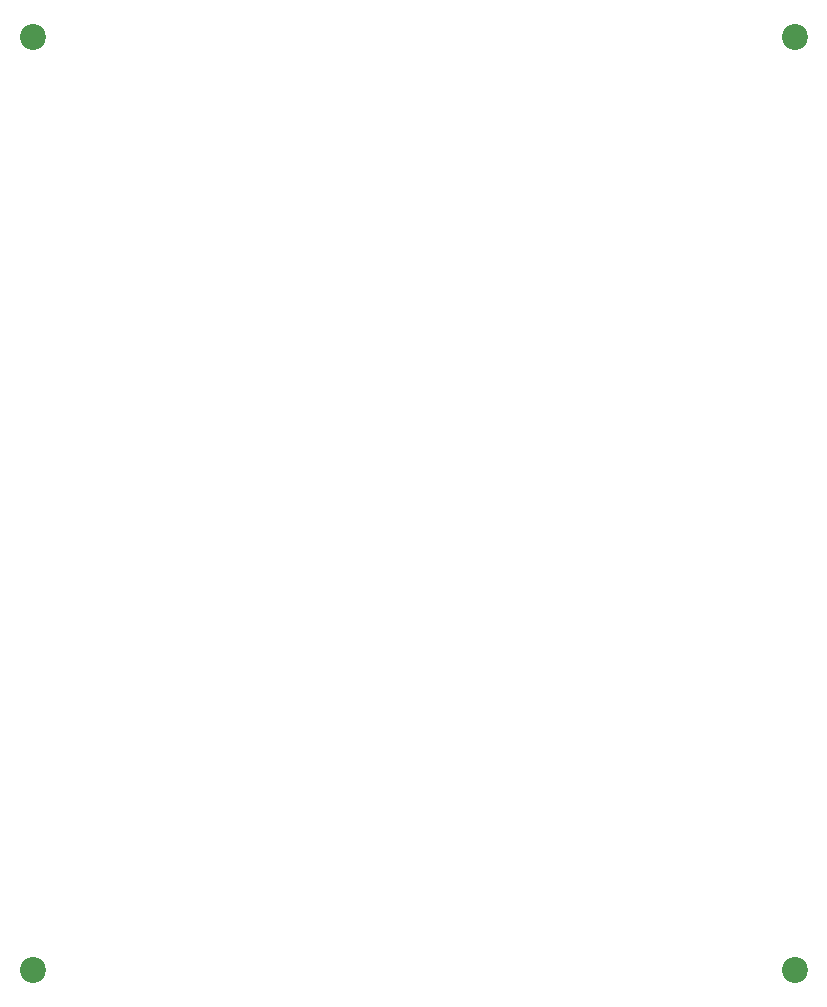
<source format=gbr>
%TF.GenerationSoftware,KiCad,Pcbnew,9.0.1*%
%TF.CreationDate,2025-04-18T16:38:58+02:00*%
%TF.ProjectId,Pendulo_Invertido,50656e64-756c-46f5-9f49-6e7665727469,rev?*%
%TF.SameCoordinates,Original*%
%TF.FileFunction,NonPlated,1,2,NPTH,Drill*%
%TF.FilePolarity,Positive*%
%FSLAX46Y46*%
G04 Gerber Fmt 4.6, Leading zero omitted, Abs format (unit mm)*
G04 Created by KiCad (PCBNEW 9.0.1) date 2025-04-18 16:38:58*
%MOMM*%
%LPD*%
G01*
G04 APERTURE LIST*
%TA.AperFunction,ComponentDrill*%
%ADD10C,2.200000*%
%TD*%
G04 APERTURE END LIST*
D10*
%TO.C,REF\u002A\u002A*%
X102347550Y-54094250D03*
X102347550Y-133094250D03*
X166847550Y-54094250D03*
X166847550Y-133094250D03*
M02*

</source>
